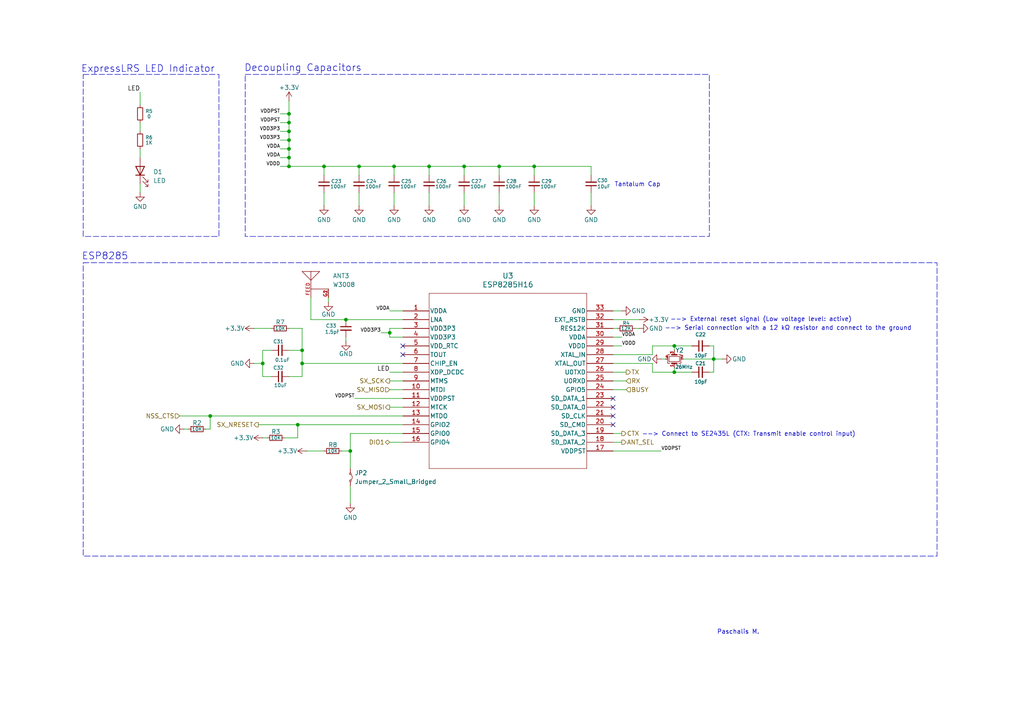
<source format=kicad_sch>
(kicad_sch (version 20250114) (generator "eeschema") (generator_version "9.0")
  (paper "A4")
  (title_block (title "ESP8285") (date "12-01-2025") (rev "1.0") (company "https://github.com/Paschalis") (comment 1 "based on signal strength.") (comment 2 "SX1280 and manages antenna diversity by dynamically switching antennas ") (comment 3 "Is used to flash the ELRS firmware for a 2.4GHz receiver. It controls the  "))
  (lib_symbols
    (symbol "Device:C_Small" (pin_numbers (hide yes)) (pin_names (offset 0.254) (hide yes))
      (property "Reference" "C" (at 0.254 1.778 0))
      (property "Value" "C_Small" (at 0.254 -2.032 0))
      (symbol "C_Small_0_1"
        (polyline (pts (xy -1.524 0.508) (xy 1.524 0.508)) (stroke (width 0.3048)))
        (polyline (pts (xy -1.524 -0.508) (xy 1.524 -0.508)) (stroke (width 0.3302)))
      )
      (symbol "C_Small_1_1"
        (pin passive line (at 0 2.54 270) (length 2.032) (name "~") (number "1"))
        (pin passive line (at 0 -2.54 90) (length 2.032) (name "~") (number "2"))
      )
    )
    (symbol "Device:Crystal_GND24_Small" (pin_names (offset 1.016) (hide yes))
      (property "Reference" "Y" (at 1.27 4.445 0))
      (property "Value" "Crystal_GND24_Small" (at 1.27 2.54 0))
      (symbol "Crystal_GND24_Small_0_1"
        (polyline (pts (xy -1.27 1.27) (xy -1.27 1.905) (xy 1.27 1.905) (xy 1.27 1.27)))
        (polyline (pts (xy -1.27 -0.762) (xy -1.27 0.762)) (stroke (width 0.381)))
        (polyline (pts (xy -1.27 -1.27) (xy -1.27 -1.905) (xy 1.27 -1.905) (xy 1.27 -1.27)))
        (rectangle (start -0.762 -1.524) (end 0.762 1.524))
        (polyline (pts (xy 1.27 -0.762) (xy 1.27 0.762)) (stroke (width 0.381)))
      )
      (symbol "Crystal_GND24_Small_1_1"
        (pin passive line (at -2.54 0 0) (length 1.27) (name "1") (number "1"))
        (pin passive line (at 0 2.54 270) (length 0.635) (name "4") (number "4"))
        (pin passive line (at 0 -2.54 90) (length 0.635) (name "2") (number "2"))
        (pin passive line (at 2.54 0 180) (length 1.27) (name "3") (number "3"))
      )
    )
    (symbol "Device:LED" (pin_numbers (hide yes)) (pin_names (offset 1.016) (hide yes))
      (property "Reference" "D" (at 0 2.54 0))
      (property "Value" "LED" (at 0 -2.54 0))
      (symbol "LED_0_1"
        (polyline (pts (xy -3.048 -0.762) (xy -4.572 -2.286) (xy -3.81 -2.286) (xy -4.572 -2.286) (xy -4.572 -1.524)))
        (polyline (pts (xy -1.778 -0.762) (xy -3.302 -2.286) (xy -2.54 -2.286) (xy -3.302 -2.286) (xy -3.302 -1.524)))
        (polyline (pts (xy -1.27 0) (xy 1.27 0)))
        (polyline (pts (xy -1.27 -1.27) (xy -1.27 1.27)) (stroke (width 0.254)))
        (polyline (pts (xy 1.27 -1.27) (xy 1.27 1.27) (xy -1.27 0) (xy 1.27 -1.27)) (stroke (width 0.254)))
      )
      (symbol "LED_1_1"
        (pin passive line (at -3.81 0 0) (length 2.54) (name "K") (number "1"))
        (pin passive line (at 3.81 0 180) (length 2.54) (name "A") (number "2"))
      )
    )
    (symbol "Device:R_Small" (pin_numbers (hide yes)) (pin_names (offset 0.254) (hide yes))
      (property "Reference" "R" (at 0.762 0.508 0))
      (property "Value" "R_Small" (at 0.762 -1.016 0))
      (symbol "R_Small_0_1"
        (rectangle (start -0.762 1.778) (end 0.762 -1.778) (stroke (width 0.2032)))
      )
      (symbol "R_Small_1_1"
        (pin passive line (at 0 2.54 270) (length 0.762) (name "~") (number "1"))
        (pin passive line (at 0 -2.54 90) (length 0.762) (name "~") (number "2"))
      )
    )
    (symbol "ESP8285H16:ESP8285H16" (pin_names (offset 0.254))
      (property "Reference" "U" (at 30.48 10.16 0))
      (property "Value" "ESP8285H16" (at 30.48 7.62 0))
      (symbol "ESP8285H16_0_1"
        (polyline (pts (xy 7.62 5.08) (xy 7.62 -45.72)) (stroke (width 0.127)))
        (polyline (pts (xy 7.62 -45.72) (xy 53.34 -45.72)) (stroke (width 0.127)))
        (polyline (pts (xy 53.34 5.08) (xy 7.62 5.08)) (stroke (width 0.127)))
        (polyline (pts (xy 53.34 -45.72) (xy 53.34 5.08)) (stroke (width 0.127)))
        (pin power_in line (at 0 0 0) (length 7.62) (name "VDDA") (number "1"))
        (pin bidirectional line (at 0 -2.54 0) (length 7.62) (name "LNA") (number "2"))
        (pin power_in line (at 0 -5.08 0) (length 7.62) (name "VDD3P3") (number "3"))
        (pin power_in line (at 0 -7.62 0) (length 7.62) (name "VDD3P3") (number "4"))
        (pin power_in line (at 0 -10.16 0) (length 7.62) (name "VDD_RTC") (number "5"))
        (pin input line (at 0 -12.7 0) (length 7.62) (name "TOUT") (number "6"))
        (pin input line (at 0 -15.24 0) (length 7.62) (name "CHIP_EN") (number "7"))
        (pin bidirectional line (at 0 -17.78 0) (length 7.62) (name "XDP_DCDC") (number "8"))
        (pin bidirectional line (at 0 -20.32 0) (length 7.62) (name "MTMS") (number "9"))
        (pin bidirectional line (at 0 -22.86 0) (length 7.62) (name "MTDI") (number "10"))
        (pin power_in line (at 0 -25.4 0) (length 7.62) (name "VDDPST") (number "11"))
        (pin bidirectional line (at 0 -27.94 0) (length 7.62) (name "MTCK") (number "12"))
        (pin bidirectional line (at 0 -30.48 0) (length 7.62) (name "MTDO") (number "13"))
        (pin bidirectional line (at 0 -33.02 0) (length 7.62) (name "GPIO2") (number "14"))
        (pin bidirectional line (at 0 -35.56 0) (length 7.62) (name "GPIO0") (number "15"))
        (pin bidirectional line (at 0 -38.1 0) (length 7.62) (name "GPIO4") (number "16"))
        (pin power_out line (at 60.96 0 180) (length 7.62) (name "GND") (number "33"))
        (pin input line (at 60.96 -2.54 180) (length 7.62) (name "EXT_RSTB") (number "32"))
        (pin input line (at 60.96 -5.08 180) (length 7.62) (name "RES12K") (number "31"))
        (pin power_in line (at 60.96 -7.62 180) (length 7.62) (name "VDDA") (number "30"))
        (pin power_in line (at 60.96 -10.16 180) (length 7.62) (name "VDDD") (number "29"))
        (pin bidirectional line (at 60.96 -12.7 180) (length 7.62) (name "XTAL_IN") (number "28"))
        (pin bidirectional line (at 60.96 -15.24 180) (length 7.62) (name "XTAL_OUT") (number "27"))
        (pin bidirectional line (at 60.96 -17.78 180) (length 7.62) (name "U0TXD") (number "26"))
        (pin bidirectional line (at 60.96 -20.32 180) (length 7.62) (name "U0RXD") (number "25"))
        (pin bidirectional line (at 60.96 -22.86 180) (length 7.62) (name "GPIO5") (number "24"))
        (pin bidirectional line (at 60.96 -25.4 180) (length 7.62) (name "SD_DATA_1") (number "23"))
        (pin bidirectional line (at 60.96 -27.94 180) (length 7.62) (name "SD_DATA_0") (number "22"))
        (pin bidirectional line (at 60.96 -30.48 180) (length 7.62) (name "SD_CLK") (number "21"))
        (pin bidirectional line (at 60.96 -33.02 180) (length 7.62) (name "SD_CMD") (number "20"))
        (pin bidirectional line (at 60.96 -35.56 180) (length 7.62) (name "SD_DATA_3") (number "19"))
        (pin bidirectional line (at 60.96 -38.1 180) (length 7.62) (name "SD_DATA_2") (number "18"))
        (pin power_in line (at 60.96 -40.64 180) (length 7.62) (name "VDDPST") (number "17"))
      )
    )
    (symbol "Jumper:Jumper_2_Small_Bridged" (pin_numbers (hide yes)) (pin_names (offset 0) (hide yes)) (exclude_from_sim yes)
      (property "Reference" "JP" (at 0 2.032 0))
      (property "Value" "Jumper_2_Small_Bridged" (at 0 -2.286 0))
      (symbol "Jumper_2_Small_Bridged_0_0"
        (circle (center -1.016 0) (radius 0.254))
        (circle (center 1.016 0) (radius 0.254))
      )
      (symbol "Jumper_2_Small_Bridged_0_1"
        (arc (start -0.762 0.254) (mid 0 0.5696) (end 0.762 0.254))
      )
      (symbol "Jumper_2_Small_Bridged_1_1"
        (pin passive line (at -2.54 0 0) (length 1.27) (name "A") (number "1"))
        (pin passive line (at 2.54 0 180) (length 1.27) (name "B") (number "2"))
      )
    )
    (symbol "W3008:W3008" (pin_names (offset 1.016))
      (property "Reference" "ANT" (at -2.5422 5.7198 0))
      (property "Value" "W3008" (at -2.5445 -8.9059 0))
      (symbol "W3008_0_0"
        (polyline (pts (xy -2.54 5.08) (xy 0 5.08)) (stroke (width 0.1524)))
        (polyline (pts (xy -2.54 5.08) (xy 0 2.54)) (stroke (width 0.1524)))
        (polyline (pts (xy 0 5.08) (xy 0 2.54)) (stroke (width 0.1524)))
        (polyline (pts (xy 0 5.08) (xy 2.54 5.08)) (stroke (width 0.1524)))
        (polyline (pts (xy 0 2.54) (xy 2.54 5.08)) (stroke (width 0.1524)))
        (polyline (pts (xy 0 0) (xy 5.08 0)) (stroke (width 0.1524)))
        (pin passive line (at 0 -2.54 90) (length 5.08) (name "~") (number "FEED"))
        (pin passive line (at 5.08 -2.54 90) (length 2.54) (name "~") (number "G1"))
        (pin passive line (at 5.08 -2.54 90) (length 2.54) (name "~") (number "G2"))
      )
    )
    (symbol "power:+3.3V" (power) (pin_numbers (hide yes)) (pin_names (offset 0) (hide yes))
      (property "Value" "+3.3V" (at 0 3.556 0))
      (symbol "+3.3V_0_1"
        (polyline (pts (xy -0.762 1.27) (xy 0 2.54)))
        (polyline (pts (xy 0 2.54) (xy 0.762 1.27)))
        (polyline (pts (xy 0 0) (xy 0 2.54)))
      )
      (symbol "+3.3V_1_1"
        (pin power_in line (at 0 0 90) (length 0) (name "~") (number "1"))
      )
    )
    (symbol "power:GND" (power) (pin_numbers (hide yes)) (pin_names (offset 0) (hide yes))
      (property "Value" "GND" (at 0 -3.81 0))
      (symbol "GND_0_1"
        (polyline (pts (xy 0 0) (xy 0 -1.27) (xy 1.27 -1.27) (xy 0 -2.54) (xy -1.27 -1.27) (xy 0 -1.27)))
      )
      (symbol "GND_1_1"
        (pin power_in line (at 0 0 270) (length 0) (name "~") (number "1"))
      )
    )
  )
  (rectangle (start 24.13 76.2) (end 271.78 161.29) (stroke (width 0) (type dash)))
  (rectangle (start 24.13 21.59) (end 63.5 68.58) (stroke (width 0) (type dash)))
  (rectangle (start 71.12 21.59) (end 205.74 68.58) (stroke (width 0) (type dash)))
  (text "--> Serial connection with a 12 kΩ resistor and connect to the ground" (at 228.6 95.25 0) (effects (font (size 1.27 1.27))))
  (text "--> External reset signal (Low voltage level: active)" (at 220.726 92.71 0) (effects (font (size 1.27 1.27))))
  (text "Decoupling Capacitors" (at 87.884 19.812 0) (effects (font (size 2 2))))
  (text "ExpressLRS LED Indicator" (at 42.926 20.066 0) (effects (font (size 2 2))))
  (text "Tantalum Cap" (at 184.912 53.594 0) (effects (font (size 1.27 1.27))))
  (text "Paschalis M." (at 214.122 183.388 0) (effects (font (size 1.27 1.27))))
  (text "--> Connect to SE2435L (CTX: Transmit enable control input)" (at 217.17 125.984 0) (effects (font (size 1.27 1.27))))
  (text "ESP8285" (at 30.48 74.422 0) (effects (font (size 2 2))))
  (junction (at 195.58 107.95))
  (junction (at 76.2 105.41))
  (junction (at 86.36 123.19))
  (junction (at 83.82 43.18))
  (junction (at 60.96 120.65))
  (junction (at 83.82 33.02))
  (junction (at 83.82 35.56))
  (junction (at 100.33 92.71))
  (junction (at 83.82 45.72))
  (junction (at 104.14 48.26))
  (junction (at 134.62 48.26))
  (junction (at 144.78 48.26))
  (junction (at 83.82 40.64))
  (junction (at 87.63 101.6))
  (junction (at 114.3 48.26))
  (junction (at 195.58 100.33))
  (junction (at 207.01 104.14))
  (junction (at 154.94 48.26))
  (junction (at 124.46 48.26))
  (junction (at 113.03 96.52))
  (junction (at 83.82 48.26))
  (junction (at 83.82 38.1))
  (junction (at 87.63 105.41))
  (junction (at 101.6 130.81))
  (junction (at 93.98 48.26))
  (no_connect (at 177.8 118.11))
  (no_connect (at 177.8 123.19))
  (no_connect (at 116.84 100.33))
  (no_connect (at 116.84 102.87))
  (no_connect (at 177.8 120.65))
  (no_connect (at 177.8 115.57))
  (wire (pts (xy 116.84 125.73) (xy 101.6 125.73)))
  (wire (pts (xy 113.03 90.17) (xy 116.84 90.17)))
  (wire (pts (xy 114.3 48.26) (xy 114.3 50.8)))
  (wire (pts (xy 52.07 120.65) (xy 60.96 120.65)))
  (wire (pts (xy 81.28 48.26) (xy 83.82 48.26)))
  (wire (pts (xy 74.93 123.19) (xy 86.36 123.19)))
  (wire (pts (xy 113.03 107.95) (xy 116.84 107.95)))
  (wire (pts (xy 93.98 55.88) (xy 93.98 59.69)))
  (wire (pts (xy 198.12 104.14) (xy 207.01 104.14)))
  (wire (pts (xy 189.23 100.33) (xy 195.58 100.33)))
  (wire (pts (xy 134.62 48.26) (xy 124.46 48.26)))
  (wire (pts (xy 76.2 109.22) (xy 76.2 105.41)))
  (wire (pts (xy 177.8 100.33) (xy 180.34 100.33)))
  (wire (pts (xy 195.58 107.95) (xy 195.58 106.68)))
  (wire (pts (xy 144.78 48.26) (xy 144.78 50.8)))
  (wire (pts (xy 177.8 125.73) (xy 180.34 125.73)))
  (wire (pts (xy 154.94 48.26) (xy 171.45 48.26)))
  (wire (pts (xy 177.8 97.79) (xy 180.34 97.79)))
  (wire (pts (xy 101.6 125.73) (xy 101.6 130.81)))
  (wire (pts (xy 113.03 113.03) (xy 116.84 113.03)))
  (wire (pts (xy 113.03 118.11) (xy 116.84 118.11)))
  (wire (pts (xy 207.01 100.33) (xy 207.01 104.14)))
  (wire (pts (xy 87.63 105.41) (xy 116.84 105.41)))
  (wire (pts (xy 177.8 128.27) (xy 180.34 128.27)))
  (wire (pts (xy 113.03 128.27) (xy 116.84 128.27)))
  (wire (pts (xy 76.2 105.41) (xy 73.66 105.41)))
  (wire (pts (xy 177.8 130.81) (xy 191.77 130.81)))
  (wire (pts (xy 95.25 86.36) (xy 95.25 87.63)))
  (wire (pts (xy 113.03 95.25) (xy 113.03 96.52)))
  (wire (pts (xy 200.66 100.33) (xy 195.58 100.33)))
  (wire (pts (xy 154.94 50.8) (xy 154.94 48.26)))
  (wire (pts (xy 83.82 109.22) (xy 87.63 109.22)))
  (wire (pts (xy 177.8 105.41) (xy 189.23 105.41)))
  (wire (pts (xy 189.23 105.41) (xy 189.23 107.95)))
  (wire (pts (xy 83.82 48.26) (xy 83.82 45.72)))
  (wire (pts (xy 81.28 40.64) (xy 83.82 40.64)))
  (wire (pts (xy 88.9 130.81) (xy 93.98 130.81)))
  (wire (pts (xy 40.64 26.67) (xy 40.64 30.48)))
  (wire (pts (xy 40.64 53.34) (xy 40.64 55.88)))
  (wire (pts (xy 76.2 127) (xy 77.47 127)))
  (wire (pts (xy 177.8 107.95) (xy 181.61 107.95)))
  (wire (pts (xy 171.45 50.8) (xy 171.45 48.26)))
  (wire (pts (xy 60.96 124.46) (xy 59.69 124.46)))
  (wire (pts (xy 86.36 123.19) (xy 116.84 123.19)))
  (wire (pts (xy 205.74 107.95) (xy 207.01 107.95)))
  (wire (pts (xy 144.78 48.26) (xy 134.62 48.26)))
  (wire (pts (xy 171.45 55.88) (xy 171.45 59.69)))
  (wire (pts (xy 40.64 35.56) (xy 40.64 38.1)))
  (wire (pts (xy 86.36 127) (xy 86.36 123.19)))
  (wire (pts (xy 102.87 115.57) (xy 116.84 115.57)))
  (wire (pts (xy 177.8 102.87) (xy 189.23 102.87)))
  (wire (pts (xy 177.8 110.49) (xy 181.61 110.49)))
  (wire (pts (xy 81.28 38.1) (xy 83.82 38.1)))
  (wire (pts (xy 207.01 104.14) (xy 209.55 104.14)))
  (wire (pts (xy 81.28 45.72) (xy 83.82 45.72)))
  (wire (pts (xy 144.78 55.88) (xy 144.78 59.69)))
  (wire (pts (xy 87.63 101.6) (xy 83.82 101.6)))
  (wire (pts (xy 86.36 127) (xy 82.55 127)))
  (wire (pts (xy 87.63 95.25) (xy 87.63 101.6)))
  (wire (pts (xy 93.98 48.26) (xy 93.98 50.8)))
  (wire (pts (xy 83.82 35.56) (xy 81.28 35.56)))
  (wire (pts (xy 83.82 40.64) (xy 83.82 38.1)))
  (wire (pts (xy 154.94 48.26) (xy 144.78 48.26)))
  (wire (pts (xy 189.23 107.95) (xy 195.58 107.95)))
  (wire (pts (xy 134.62 55.88) (xy 134.62 59.69)))
  (wire (pts (xy 205.74 100.33) (xy 207.01 100.33)))
  (wire (pts (xy 93.98 48.26) (xy 83.82 48.26)))
  (wire (pts (xy 104.14 55.88) (xy 104.14 59.69)))
  (wire (pts (xy 113.03 96.52) (xy 113.03 97.79)))
  (wire (pts (xy 81.28 33.02) (xy 83.82 33.02)))
  (wire (pts (xy 83.82 43.18) (xy 83.82 40.64)))
  (wire (pts (xy 191.77 104.14) (xy 193.04 104.14)))
  (wire (pts (xy 177.8 113.03) (xy 181.61 113.03)))
  (wire (pts (xy 184.15 95.25) (xy 185.42 95.25)))
  (wire (pts (xy 53.34 124.46) (xy 54.61 124.46)))
  (wire (pts (xy 124.46 48.26) (xy 114.3 48.26)))
  (wire (pts (xy 110.49 96.52) (xy 113.03 96.52)))
  (wire (pts (xy 83.82 95.25) (xy 87.63 95.25)))
  (wire (pts (xy 83.82 29.21) (xy 83.82 33.02)))
  (wire (pts (xy 114.3 48.26) (xy 104.14 48.26)))
  (wire (pts (xy 207.01 107.95) (xy 207.01 104.14)))
  (wire (pts (xy 189.23 102.87) (xy 189.23 100.33)))
  (wire (pts (xy 83.82 33.02) (xy 83.82 35.56)))
  (wire (pts (xy 195.58 100.33) (xy 195.58 101.6)))
  (wire (pts (xy 40.64 43.18) (xy 40.64 45.72)))
  (wire (pts (xy 60.96 120.65) (xy 116.84 120.65)))
  (wire (pts (xy 101.6 140.97) (xy 101.6 146.05)))
  (wire (pts (xy 83.82 45.72) (xy 83.82 43.18)))
  (wire (pts (xy 81.28 43.18) (xy 83.82 43.18)))
  (wire (pts (xy 113.03 97.79) (xy 116.84 97.79)))
  (wire (pts (xy 113.03 110.49) (xy 116.84 110.49)))
  (wire (pts (xy 104.14 48.26) (xy 93.98 48.26)))
  (wire (pts (xy 200.66 107.95) (xy 195.58 107.95)))
  (wire (pts (xy 124.46 48.26) (xy 124.46 50.8)))
  (wire (pts (xy 60.96 124.46) (xy 60.96 120.65)))
  (wire (pts (xy 154.94 55.88) (xy 154.94 59.69)))
  (wire (pts (xy 177.8 95.25) (xy 179.07 95.25)))
  (wire (pts (xy 177.8 90.17) (xy 180.34 90.17)))
  (wire (pts (xy 134.62 48.26) (xy 134.62 50.8)))
  (wire (pts (xy 101.6 130.81) (xy 101.6 135.89)))
  (wire (pts (xy 90.17 92.71) (xy 100.33 92.71)))
  (wire (pts (xy 99.06 130.81) (xy 101.6 130.81)))
  (wire (pts (xy 124.46 55.88) (xy 124.46 59.69)))
  (wire (pts (xy 177.8 92.71) (xy 185.42 92.71)))
  (wire (pts (xy 73.66 95.25) (xy 78.74 95.25)))
  (wire (pts (xy 100.33 97.79) (xy 100.33 99.06)))
  (wire (pts (xy 114.3 55.88) (xy 114.3 59.69)))
  (wire (pts (xy 83.82 38.1) (xy 83.82 35.56)))
  (wire (pts (xy 76.2 101.6) (xy 76.2 105.41)))
  (wire (pts (xy 113.03 95.25) (xy 116.84 95.25)))
  (wire (pts (xy 90.17 86.36) (xy 90.17 92.71)))
  (wire (pts (xy 100.33 92.71) (xy 116.84 92.71)))
  (wire (pts (xy 78.74 101.6) (xy 76.2 101.6)))
  (wire (pts (xy 78.74 109.22) (xy 76.2 109.22)))
  (wire (pts (xy 87.63 101.6) (xy 87.63 105.41)))
  (wire (pts (xy 87.63 109.22) (xy 87.63 105.41)))
  (wire (pts (xy 104.14 48.26) (xy 104.14 50.8)))
  (label "VDDPST" (at 191.77 130.81 0) (effects (font (size 1 1))))
  (label "LED" (at 40.64 26.67 180))
  (label "VDDA" (at 180.34 97.79 0) (effects (font (size 1 1))))
  (label "VDDA" (at 81.28 43.18 180) (effects (font (size 1 1))))
  (label "VDDPST" (at 81.28 35.56 180) (effects (font (size 1 1))))
  (label "VDD3P3" (at 81.28 38.1 180) (effects (font (size 1 1))))
  (label "VDDA" (at 113.03 90.17 180) (effects (font (size 1 1))))
  (label "VDD3P3" (at 81.28 40.64 180) (effects (font (size 1 1))))
  (label "VDDPST" (at 81.28 33.02 180) (effects (font (size 1 1))))
  (label "VDDPST" (at 102.87 115.57 180) (effects (font (size 1 1))))
  (label "VDD3P3" (at 110.49 96.52 180) (effects (font (size 1 1))))
  (label "VDDA" (at 81.28 45.72 180) (effects (font (size 1 1))))
  (label "LED" (at 113.03 107.95 180))
  (label "VDDD" (at 81.28 48.26 180) (effects (font (size 1 1))))
  (label "VDDD" (at 180.34 100.33 0) (effects (font (size 1 1))))
  (hierarchical_label "SX_MOSI" (shape output) (at 113.03 118.11 180))
  (hierarchical_label "SX_SCK" (shape output) (at 113.03 110.49 180))
  (hierarchical_label "NSS_CTS" (shape input) (at 52.07 120.65 180))
  (hierarchical_label "DIO1" (shape bidirectional) (at 113.03 128.27 180))
  (hierarchical_label "ANT_SEL" (shape output) (at 180.34 128.27 0))
  (hierarchical_label "TX" (shape output) (at 181.61 107.95 0))
  (hierarchical_label "RX" (shape input) (at 181.61 110.49 0))
  (hierarchical_label "BUSY" (shape input) (at 181.61 113.03 0))
  (hierarchical_label "SX_MISO" (shape input) (at 113.03 113.03 180))
  (hierarchical_label "CTX" (shape output) (at 180.34 125.73 0))
  (hierarchical_label "SX_NRESET" (shape output) (at 74.93 123.19 180))
  (symbol (lib_id "Device:C_Small") (at 114.3 53.34 0) (unit 1)
    (property "Reference" "C25" (at 116.332 52.578 0) (effects (font (size 1 1)) (justify left)))
    (property "Value" "100nF" (at 116.078 54.102 0) (effects (font (size 1 1)) (justify left)))
    (property "Footprint" "Capacitor_SMD:C_0603_1608Metric_Pad1.08x0.95mm_HandSolder" (effects (hide yes)))
    (property "Description" "Unpolarized capacitor, small symbol" (effects (hide yes)))
  )
  (symbol (lib_id "power:GND") (at 40.64 55.88 0) (unit 1)
    (property "Reference" "#PWR055" (effects (hide yes)))
    (property "Value" "GND" (at 40.64 59.944 0))
    (property "Description" "Power symbol creates a global label with name \"GND\" , ground" (effects (hide yes)))
  )
  (symbol (lib_id "Device:R_Small") (at 57.15 124.46 90) (unit 1)
    (property "Reference" "R2" (at 57.15 122.682 90))
    (property "Value" "10K" (at 57.15 124.46 90) (effects (font (size 1 1))))
    (property "Footprint" "Resistor_SMD:R_0603_1608Metric_Pad0.98x0.95mm_HandSolder" (effects (hide yes)))
    (property "Description" "Resistor, small symbol" (effects (hide yes)))
  )
  (symbol (lib_id "power:GND") (at 191.77 104.14 270) (mirror x) (unit 1)
    (property "Reference" "#PWR039" (effects (hide yes)))
    (property "Value" "GND" (at 188.976 104.14 90) (effects (justify right)))
    (property "Description" "Power symbol creates a global label with name \"GND\" , ground" (effects (hide yes)))
  )
  (symbol (lib_id "W3008:W3008") (at 90.17 83.82 0) (unit 1)
    (property "Reference" "ANT3" (at 96.52 80.0099 0) (effects (justify left)))
    (property "Value" "W3008" (at 96.52 82.5499 0) (effects (justify left)))
    (property "Footprint" "W3008:ANTENNA_W3008" (effects (hide yes)))
    (property "MF" "PulseLarsen Antennas" (effects (hide yes)))
    (property "Description_1" "2.4GHz Bluetooth, WLAN, Zigbee™ Chip RF Antenna 2.4GHz ~ 2.483GHz 2.2dBi Solder Surface Mount" (effects (hide yes)))
    (property "Package" "None" (effects (hide yes)))
    (property "Price" "None" (effects (hide yes)))
    (property "Check_prices" "https://www.snapeda.com/parts/W3008/PulseLarsen+Antennas/view-part/?ref=eda" (effects (hide yes)))
    (property "STANDARD" "Manufacturer recommendations" (effects (hide yes)))
    (property "SnapEDA_Link" "https://www.snapeda.com/parts/W3008/PulseLarsen+Antennas/view-part/?ref=snap" (effects (hide yes)))
    (property "MP" "W3008" (effects (hide yes)))
    (property "Availability" "Not in stock" (effects (hide yes)))
    (property "MANUFACTURER" "PulseLarsen Antennas" (effects (hide yes)))
  )
  (symbol (lib_id "Device:R_Small") (at 40.64 33.02 0) (unit 1)
    (property "Reference" "R5" (at 42.164 32.258 0) (effects (font (size 1 1)) (justify left)))
    (property "Value" "0" (at 42.672 33.782 0) (effects (font (size 1 1)) (justify left)))
    (property "Footprint" "Resistor_SMD:R_0603_1608Metric_Pad0.98x0.95mm_HandSolder" (effects (hide yes)))
    (property "Description" "Resistor, small symbol" (effects (hide yes)))
  )
  (symbol (lib_id "power:GND") (at 73.66 105.41 270) (mirror x) (unit 1)
    (property "Reference" "#PWR056" (effects (hide yes)))
    (property "Value" "GND" (at 70.866 105.41 90) (effects (justify right)))
    (property "Description" "Power symbol creates a global label with name \"GND\" , ground" (effects (hide yes)))
  )
  (symbol (lib_id "Device:LED") (at 40.64 49.53 90) (unit 1)
    (property "Reference" "D1" (at 44.45 49.8474 90) (effects (justify right)))
    (property "Value" "LED" (at 44.45 52.3874 90) (effects (justify right)))
    (property "Footprint" "LED_SMD:LED_0603_1608Metric_Pad1.05x0.95mm_HandSolder" (effects (hide yes)))
    (property "Description" "Light emitting diode" (effects (hide yes)))
  )
  (symbol (lib_id "power:GND") (at 53.34 124.46 270) (mirror x) (unit 1)
    (property "Reference" "#PWR038" (effects (hide yes)))
    (property "Value" "GND" (at 50.546 124.46 90) (effects (justify right)))
    (property "Description" "Power symbol creates a global label with name \"GND\" , ground" (effects (hide yes)))
  )
  (symbol (lib_id "Device:C_Small") (at 100.33 95.25 0) (unit 1)
    (property "Reference" "C33" (at 94.488 94.488 0) (effects (font (size 1 1)) (justify left)))
    (property "Value" "1.5pF" (at 94.234 96.266 0) (effects (font (size 1 1)) (justify left)))
    (property "Footprint" "Capacitor_SMD:C_0402_1005Metric_Pad0.74x0.62mm_HandSolder" (effects (hide yes)))
    (property "Description" "Unpolarized capacitor, small symbol" (effects (hide yes)))
  )
  (symbol (lib_id "Jumper:Jumper_2_Small_Bridged") (at 101.6 138.43 270) (unit 1)
    (property "Reference" "JP2" (at 102.87 137.1599 90) (effects (justify left)))
    (property "Value" "Jumper_2_Small_Bridged" (at 102.87 139.6999 90) (effects (justify left)))
    (property "Footprint" "TestPoint:TestPoint_2Pads_Pitch2.54mm_Drill0.8mm" (effects (hide yes)))
    (property "Description" "Jumper, 2-pole, small symbol, bridged" (effects (hide yes)))
  )
  (symbol (lib_id "power:GND") (at 154.94 59.69 0) (unit 1)
    (property "Reference" "#PWR052" (effects (hide yes)))
    (property "Value" "GND" (at 154.94 63.754 0))
    (property "Description" "Power symbol creates a global label with name \"GND\" , ground" (effects (hide yes)))
  )
  (symbol (lib_id "power:GND") (at 95.25 87.63 0) (unit 1)
    (property "Reference" "#PWR70" (effects (hide yes)))
    (property "Value" "GND" (at 95.25 91.186 0))
    (property "Description" "Power symbol creates a global label with name \"GND\" , ground" (effects (hide yes)))
  )
  (symbol (lib_id "Device:R_Small") (at 40.64 40.64 0) (unit 1)
    (property "Reference" "R6" (at 42.164 39.878 0) (effects (font (size 1 1)) (justify left)))
    (property "Value" "1K" (at 42.164 41.402 0) (effects (font (size 1 1)) (justify left)))
    (property "Footprint" "Resistor_SMD:R_0603_1608Metric_Pad0.98x0.95mm_HandSolder" (effects (hide yes)))
    (property "Description" "Resistor, small symbol" (effects (hide yes)))
  )
  (symbol (lib_id "Device:C_Small") (at 144.78 53.34 0) (unit 1)
    (property "Reference" "C28" (at 146.812 52.578 0) (effects (font (size 1 1)) (justify left)))
    (property "Value" "100nF" (at 146.558 54.102 0) (effects (font (size 1 1)) (justify left)))
    (property "Footprint" "Capacitor_SMD:C_0603_1608Metric_Pad1.08x0.95mm_HandSolder" (effects (hide yes)))
    (property "Description" "Unpolarized capacitor, small symbol" (effects (hide yes)))
  )
  (symbol (lib_id "power:GND") (at 100.33 99.06 0) (unit 1)
    (property "Reference" "#PWR018" (effects (hide yes)))
    (property "Value" "GND" (at 100.33 102.616 0))
    (property "Description" "Power symbol creates a global label with name \"GND\" , ground" (effects (hide yes)))
  )
  (symbol (lib_id "power:GND") (at 101.6 146.05 0) (unit 1)
    (property "Reference" "#PWR058" (effects (hide yes)))
    (property "Value" "GND" (at 101.6 150.114 0))
    (property "Description" "Power symbol creates a global label with name \"GND\" , ground" (effects (hide yes)))
  )
  (symbol (lib_id "power:GND") (at 180.34 90.17 90) (unit 1)
    (property "Reference" "#PWR042" (effects (hide yes)))
    (property "Value" "GND" (at 183.134 90.17 90) (effects (justify right)))
    (property "Description" "Power symbol creates a global label with name \"GND\" , ground" (effects (hide yes)))
  )
  (symbol (lib_id "Device:R_Small") (at 96.52 130.81 90) (unit 1)
    (property "Reference" "R8" (at 96.52 129.032 90))
    (property "Value" "10K" (at 96.52 130.81 90) (effects (font (size 1 1))))
    (property "Footprint" "Resistor_SMD:R_0603_1608Metric_Pad0.98x0.95mm_HandSolder" (effects (hide yes)))
    (property "Description" "Resistor, small symbol" (effects (hide yes)))
  )
  (symbol (lib_id "Device:C_Small") (at 104.14 53.34 0) (unit 1)
    (property "Reference" "C24" (at 106.172 52.578 0) (effects (font (size 1 1)) (justify left)))
    (property "Value" "100nF" (at 105.918 54.102 0) (effects (font (size 1 1)) (justify left)))
    (property "Footprint" "Capacitor_SMD:C_0603_1608Metric_Pad1.08x0.95mm_HandSolder" (effects (hide yes)))
    (property "Description" "Unpolarized capacitor, small symbol" (effects (hide yes)))
  )
  (symbol (lib_id "power:GND") (at 93.98 59.69 0) (unit 1)
    (property "Reference" "#PWR046" (effects (hide yes)))
    (property "Value" "GND" (at 93.98 63.754 0))
    (property "Description" "Power symbol creates a global label with name \"GND\" , ground" (effects (hide yes)))
  )
  (symbol (lib_id "power:+3.3V") (at 88.9 130.81 90) (mirror x) (unit 1)
    (property "Reference" "#PWR057" (effects (hide yes)))
    (property "Value" "+3.3V" (at 83.312 130.81 90))
    (property "Description" "Power symbol creates a global label with name \"+3.3V\"" (effects (hide yes)))
  )
  (symbol (lib_id "power:GND") (at 124.46 59.69 0) (unit 1)
    (property "Reference" "#PWR049" (effects (hide yes)))
    (property "Value" "GND" (at 124.46 63.754 0))
    (property "Description" "Power symbol creates a global label with name \"GND\" , ground" (effects (hide yes)))
  )
  (symbol (lib_id "Device:C_Small") (at 124.46 53.34 0) (unit 1)
    (property "Reference" "C26" (at 126.492 52.578 0) (effects (font (size 1 1)) (justify left)))
    (property "Value" "100nF" (at 126.238 54.102 0) (effects (font (size 1 1)) (justify left)))
    (property "Footprint" "Capacitor_SMD:C_0603_1608Metric_Pad1.08x0.95mm_HandSolder" (effects (hide yes)))
    (property "Description" "Unpolarized capacitor, small symbol" (effects (hide yes)))
  )
  (symbol (lib_id "power:GND") (at 144.78 59.69 0) (unit 1)
    (property "Reference" "#PWR051" (effects (hide yes)))
    (property "Value" "GND" (at 144.78 63.754 0))
    (property "Description" "Power symbol creates a global label with name \"GND\" , ground" (effects (hide yes)))
  )
  (symbol (lib_id "power:GND") (at 185.42 95.25 90) (unit 1)
    (property "Reference" "#PWR043" (effects (hide yes)))
    (property "Value" "GND" (at 188.214 95.25 90) (effects (justify right)))
    (property "Description" "Power symbol creates a global label with name \"GND\" , ground" (effects (hide yes)))
  )
  (symbol (lib_id "ESP8285H16:ESP8285H16") (at 116.84 90.17 0) (unit 1)
    (property "Reference" "U3" (at 147.32 80.01 0) (effects (font (size 1.524 1.524))))
    (property "Value" "ESP8285H16" (at 147.32 82.55 0) (effects (font (size 1.524 1.524))))
    (property "Footprint" "ESP8285H16:QFN32_5X5_EXP" (effects (hide yes)))
    (property "Datasheet" "ESP8285H16" (effects (hide yes)))
  )
  (symbol (lib_id "Device:R_Small") (at 80.01 127 90) (unit 1)
    (property "Reference" "R3" (at 80.01 125.222 90))
    (property "Value" "10K" (at 80.01 127 90) (effects (font (size 1 1))))
    (property "Footprint" "Resistor_SMD:R_0603_1608Metric_Pad0.98x0.95mm_HandSolder" (effects (hide yes)))
    (property "Description" "Resistor, small symbol" (effects (hide yes)))
  )
  (symbol (lib_id "power:+3.3V") (at 185.42 92.71 270) (unit 1)
    (property "Reference" "#PWR045" (effects (hide yes)))
    (property "Value" "+3.3V" (at 191.008 92.71 90))
    (property "Description" "Power symbol creates a global label with name \"+3.3V\"" (effects (hide yes)))
  )
  (symbol (lib_id "Device:Crystal_GND24_Small") (at 195.58 104.14 90) (unit 1)
    (property "Reference" "Y2" (at 197.104 101.6 90))
    (property "Value" "26MHz" (at 198.374 106.426 90) (effects (font (size 1 1))))
    (property "Footprint" "Crystal:Crystal_SMD_2016-4Pin_2.0x1.6mm" (effects (hide yes)))
    (property "Description" "Four pin crystal, GND on pins 2 and 4, small symbol" (effects (hide yes)))
  )
  (symbol (lib_id "Device:C_Small") (at 154.94 53.34 0) (unit 1)
    (property "Reference" "C29" (at 156.972 52.578 0) (effects (font (size 1 1)) (justify left)))
    (property "Value" "100nF" (at 156.718 54.102 0) (effects (font (size 1 1)) (justify left)))
    (property "Footprint" "Capacitor_SMD:C_0603_1608Metric_Pad1.08x0.95mm_HandSolder" (effects (hide yes)))
    (property "Description" "Unpolarized capacitor, small symbol" (effects (hide yes)))
  )
  (symbol (lib_id "power:+3.3V") (at 76.2 127 90) (mirror x) (unit 1)
    (property "Reference" "#PWR040" (effects (hide yes)))
    (property "Value" "+3.3V" (at 70.612 127 90))
    (property "Description" "Power symbol creates a global label with name \"+3.3V\"" (effects (hide yes)))
  )
  (symbol (lib_id "Device:C_Small") (at 203.2 100.33 90) (unit 1)
    (property "Reference" "C22" (at 204.724 97.028 90) (effects (font (size 1 1)) (justify left)))
    (property "Value" "10pF" (at 205.232 103.124 90) (effects (font (size 1 1)) (justify left)))
    (property "Footprint" "Capacitor_SMD:C_0603_1608Metric_Pad1.08x0.95mm_HandSolder" (effects (hide yes)))
    (property "Description" "Unpolarized capacitor, small symbol" (effects (hide yes)))
  )
  (symbol (lib_id "power:GND") (at 104.14 59.69 0) (unit 1)
    (property "Reference" "#PWR047" (effects (hide yes)))
    (property "Value" "GND" (at 104.14 63.754 0))
    (property "Description" "Power symbol creates a global label with name \"GND\" , ground" (effects (hide yes)))
  )
  (symbol (lib_id "Device:C_Small") (at 171.45 53.34 180) (unit 1)
    (property "Reference" "C30" (at 176.276 52.324 0) (effects (font (size 1 1)) (justify left)))
    (property "Value" "10uF" (at 177.038 54.102 0) (effects (font (size 1 1)) (justify left)))
    (property "Footprint" "ECASD40J106M055K00:ECASD40J106M055K00" (effects (hide yes)))
    (property "Description" "Unpolarized capacitor, small symbol" (effects (hide yes)))
  )
  (symbol (lib_id "Device:R_Small") (at 81.28 95.25 90) (unit 1)
    (property "Reference" "R7" (at 81.28 93.472 90))
    (property "Value" "10K" (at 81.28 95.25 90) (effects (font (size 1 1))))
    (property "Footprint" "Resistor_SMD:R_0603_1608Metric_Pad0.98x0.95mm_HandSolder" (effects (hide yes)))
    (property "Description" "Resistor, small symbol" (effects (hide yes)))
  )
  (symbol (lib_id "power:GND") (at 209.55 104.14 90) (unit 1)
    (property "Reference" "#PWR041" (effects (hide yes)))
    (property "Value" "GND" (at 212.344 104.14 90) (effects (justify right)))
    (property "Description" "Power symbol creates a global label with name \"GND\" , ground" (effects (hide yes)))
  )
  (symbol (lib_id "Device:C_Small") (at 81.28 109.22 90) (unit 1)
    (property "Reference" "C32" (at 82.296 106.68 90) (effects (font (size 1 1)) (justify left)))
    (property "Value" "10uF" (at 83.312 111.76 90) (effects (font (size 1 1)) (justify left)))
    (property "Footprint" "ECASD40J106M055K00:ECASD40J106M055K00" (effects (hide yes)))
    (property "Description" "Unpolarized capacitor, small symbol" (effects (hide yes)))
  )
  (symbol (lib_id "power:GND") (at 114.3 59.69 0) (unit 1)
    (property "Reference" "#PWR048" (effects (hide yes)))
    (property "Value" "GND" (at 114.3 63.754 0))
    (property "Description" "Power symbol creates a global label with name \"GND\" , ground" (effects (hide yes)))
  )
  (symbol (lib_id "Device:C_Small") (at 93.98 53.34 0) (unit 1)
    (property "Reference" "C23" (at 96.012 52.578 0) (effects (font (size 1 1)) (justify left)))
    (property "Value" "100nF" (at 95.758 54.102 0) (effects (font (size 1 1)) (justify left)))
    (property "Footprint" "Capacitor_SMD:C_0603_1608Metric_Pad1.08x0.95mm_HandSolder" (effects (hide yes)))
    (property "Description" "Unpolarized capacitor, small symbol" (effects (hide yes)))
  )
  (symbol (lib_id "Device:C_Small") (at 203.2 107.95 90) (unit 1)
    (property "Reference" "C21" (at 204.724 105.41 90) (effects (font (size 1 1)) (justify left)))
    (property "Value" "10pF" (at 205.232 110.744 90) (effects (font (size 1 1)) (justify left)))
    (property "Footprint" "Capacitor_SMD:C_0603_1608Metric_Pad1.08x0.95mm_HandSolder" (effects (hide yes)))
    (property "Description" "Unpolarized capacitor, small symbol" (effects (hide yes)))
  )
  (symbol (lib_id "power:+3.3V") (at 83.82 29.21 0) (unit 1)
    (property "Reference" "#PWR053" (effects (hide yes)))
    (property "Value" "+3.3V" (at 83.82 25.4 0))
    (property "Description" "Power symbol creates a global label with name \"+3.3V\"" (effects (hide yes)))
  )
  (symbol (lib_id "Device:C_Small") (at 81.28 101.6 90) (unit 1)
    (property "Reference" "C31" (at 82.296 99.06 90) (effects (font (size 1 1)) (justify left)))
    (property "Value" "0.1uF" (at 84.074 104.394 90) (effects (font (size 1 1)) (justify left)))
    (property "Footprint" "Capacitor_SMD:C_0603_1608Metric_Pad1.08x0.95mm_HandSolder" (effects (hide yes)))
    (property "Description" "Unpolarized capacitor, small symbol" (effects (hide yes)))
  )
  (symbol (lib_id "power:+3.3V") (at 73.66 95.25 90) (mirror x) (unit 1)
    (property "Reference" "#PWR044" (effects (hide yes)))
    (property "Value" "+3.3V" (at 68.072 95.25 90))
    (property "Description" "Power symbol creates a global label with name \"+3.3V\"" (effects (hide yes)))
  )
  (symbol (lib_id "power:GND") (at 171.45 59.69 0) (unit 1)
    (property "Reference" "#PWR054" (effects (hide yes)))
    (property "Value" "GND" (at 171.45 63.754 0))
    (property "Description" "Power symbol creates a global label with name \"GND\" , ground" (effects (hide yes)))
  )
  (symbol (lib_id "power:GND") (at 134.62 59.69 0) (unit 1)
    (property "Reference" "#PWR050" (effects (hide yes)))
    (property "Value" "GND" (at 134.62 63.754 0))
    (property "Description" "Power symbol creates a global label with name \"GND\" , ground" (effects (hide yes)))
  )
  (symbol (lib_id "Device:R_Small") (at 181.61 95.25 90) (unit 1)
    (property "Reference" "R4" (at 181.61 93.726 90) (effects (font (size 1 1))))
    (property "Value" "12K" (at 181.61 95.25 90) (effects (font (size 1 1))))
    (property "Footprint" "Resistor_SMD:R_0603_1608Metric_Pad0.98x0.95mm_HandSolder" (effects (hide yes)))
    (property "Description" "Resistor, small symbol" (effects (hide yes)))
  )
  (symbol (lib_id "Device:C_Small") (at 134.62 53.34 0) (unit 1)
    (property "Reference" "C27" (at 136.652 52.578 0) (effects (font (size 1 1)) (justify left)))
    (property "Value" "100nF" (at 136.398 54.102 0) (effects (font (size 1 1)) (justify left)))
    (property "Footprint" "Capacitor_SMD:C_0603_1608Metric_Pad1.08x0.95mm_HandSolder" (effects (hide yes)))
    (property "Description" "Unpolarized capacitor, small symbol" (effects (hide yes)))
  )
)
</source>
